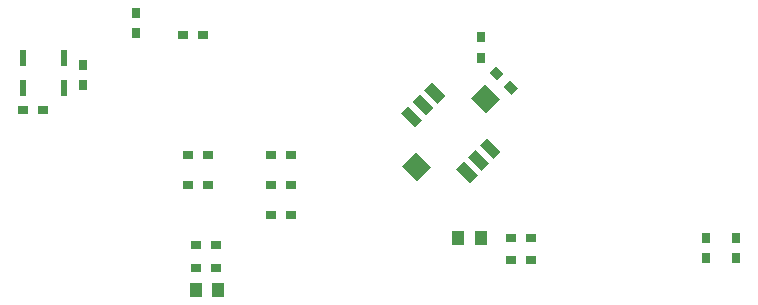
<source format=gbr>
G04 DipTrace 2.4.0.2*
%INTopPaste.gbr*%
%MOIN*%
%ADD51R,0.0235X0.055*%
%ADD53R,0.0432X0.0511*%
%ADD55R,0.0353X0.0314*%
%ADD57R,0.0314X0.0353*%
%FSLAX44Y44*%
G04*
G70*
G90*
G75*
G01*
%LNTopPaste*%
%LPD*%
G36*
X19050Y12360D2*
X19300Y12609D1*
X19758Y12151D1*
X19508Y11901D1*
X19050Y12360D1*
G37*
G36*
X18660Y11970D2*
X18910Y12220D1*
X19368Y11761D1*
X19119Y11512D1*
X18660Y11970D1*
G37*
G36*
X18271Y11580D2*
X18520Y11830D1*
X18979Y11372D1*
X18729Y11122D1*
X18271Y11580D1*
G37*
G36*
X20122Y9729D2*
X20371Y9979D1*
X20830Y9520D1*
X20580Y9271D1*
X20122Y9729D1*
G37*
G36*
X20512Y10119D2*
X20761Y10368D1*
X21220Y9910D1*
X20970Y9660D1*
X20512Y10119D1*
G37*
G36*
X20901Y10509D2*
X21151Y10758D1*
X21609Y10300D1*
X21360Y10050D1*
X20901Y10509D1*
G37*
G36*
X21067Y12568D2*
X21568Y12067D1*
X21095Y11595D1*
X20595Y12095D1*
X21067Y12568D1*
G37*
G36*
X18785Y10285D2*
X19285Y9785D1*
X18813Y9312D1*
X18312Y9813D1*
X18785Y10285D1*
G37*
D55*
X5690Y11690D3*
X6359D3*
D53*
X11440Y5690D3*
X12188D3*
D55*
X11440Y6440D3*
X12109D3*
X11440Y7190D3*
X12109D3*
D53*
X20940Y7440D3*
X20192D3*
D55*
X21940Y6690D3*
X22609D3*
X21940Y7440D3*
X22609D3*
D51*
X5690Y12440D3*
X7029D3*
X5690Y13440D3*
X7029D3*
G36*
X21704Y12454D2*
X21926Y12676D1*
X22176Y12426D1*
X21954Y12204D1*
X21704Y12454D1*
G37*
G36*
X21231Y12927D2*
X21453Y13149D1*
X21702Y12899D1*
X21481Y12678D1*
X21231Y12927D1*
G37*
D57*
X7690Y13190D3*
Y12521D3*
X9440Y14940D3*
Y14271D3*
D55*
X13940Y8190D3*
X14609D3*
D57*
X20940Y13440D3*
Y14109D3*
D55*
X11690Y14190D3*
X11021D3*
X13940Y9190D3*
X14609D3*
X13940Y10190D3*
X14609D3*
X11190D3*
X11859D3*
X11190Y9190D3*
X11859D3*
D57*
X28440Y7440D3*
Y6771D3*
X29440Y7440D3*
Y6771D3*
M02*

</source>
